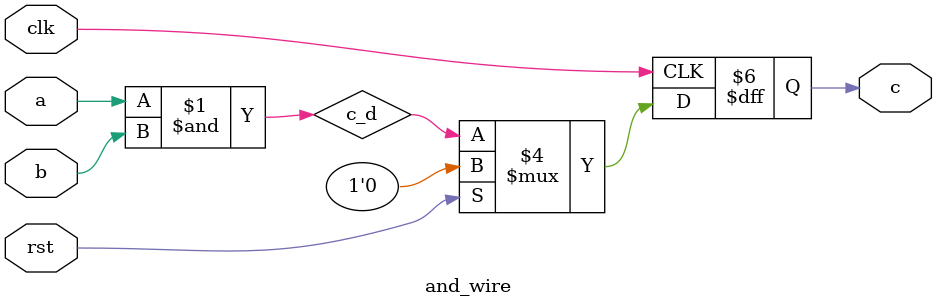
<source format=sv>
module and_wire (/*AUTOARG*/
	// Outputs
	c,
	// Inputs
	clk, rst, a, b
	) ;
    input clk;
    input rst;
    input a;
    input b;
    output reg c;

	wire c_d = a & b;

	always @(posedge clk)
		if (rst)
			c <= 1'b0;
		else
			c <= c_d;
endmodule

</source>
